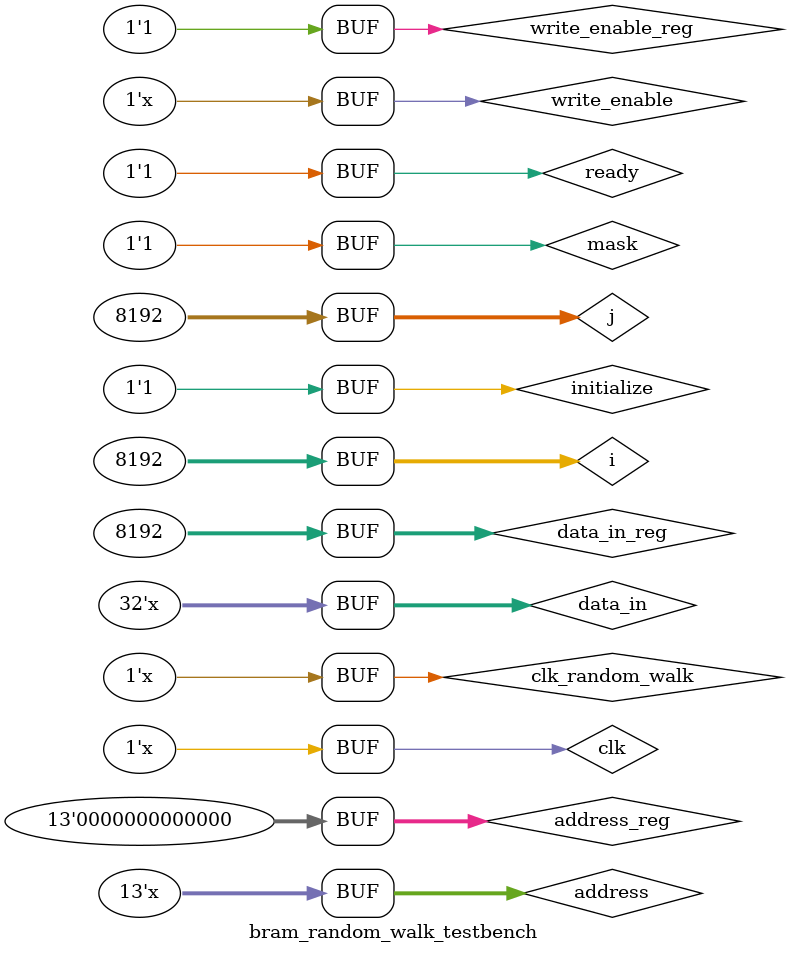
<source format=v>




module bram_random_walk_testbench();
   parameter period = 10, ADDR_WIDTH = 13, DATA_WIDTH = 32, DEPTH = 8192;
   reg clk;
   wire clk_random_walk;
   wire [12:0] address;
   reg [12:0] address_reg;
   wire [31:0] data_in, data_out;
   reg [31:0] data_in_reg, data_out_reg;
   wire write_enable;
   reg write_enable_reg;
   integer i,j;
   reg mask = 1'b0;
   reg initialize = 1'b1, ready;

   initial begin
	$monitor("value of clk = %b", clk);
	
    clk = 1'b1;
	data_in_reg = 32'h00000000;
    #(period/2) address_reg = 13'h0000;
	  
	for (i=0;i<8192; i=i+1) begin
		    #(period*2) address_reg = address_reg +1'b1; // address adds 1 every 2 periods because write and read will access the same address
            //address <= address_reg;
			data_in_reg = data_in_reg+1'b1; 
			//data_in = data_in_reg;
	
	end
      

   
   end
   
    initial begin
        #(period/2) write_enable_reg = 1; // offset 90 degree
        for (j=0; j< 8192; j = j+1) begin
            #(period) write_enable_reg = ~write_enable_reg; // write enable signal period is 2x of clock's because there will be 1 write and 1 read
			//write_enable = write_enable_reg;
	    end        
    end   
	
	initial begin
		#(period * 17000) mask = 1'b1;
	
	end

    always begin
        #(period/2) clk = ~clk;
		ready = 1'b1 & mask;
	end
		 
    assign clk_random_walk = clk & mask;
	assign data_in = (ready == 1'b0)? data_in_reg : {(DATA_WIDTH){1'bz}};
	//assign data_out = (ready == 1'b0)? data_out_reg : {(DATA_WIDTH){1'bz}};
	assign write_enable = (ready == 1'b0)? write_enable_reg : {1'bz};
	assign address = (ready == 1'b0)? address_reg : {(ADDR_WIDTH){1'bz}};
	
	bram_random_walk bram_random_walk_instance (
        .ready(ready),
		.clk(clk_random_walk),
		//.data_out_test_pin(data_out_test_pin),
		.data_out(data_in),
		.address(address),
		.write_enable(write_enable),
		.data_in(data_out)
	);  

    bram bram_test (
        .i_clk(clk), // bram operate at the rising edge of the clk
        .i_addr(address),
        .i_write(write_enable), // 1'b1 is write operation; 1'b0 is read opeartion
        .i_data(data_in),
        .o_data(data_out)); 

endmodule



</source>
